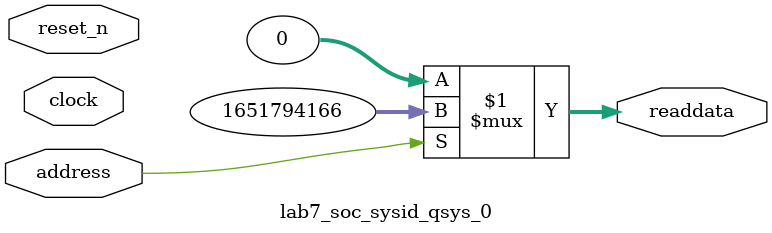
<source format=v>



// synthesis translate_off
`timescale 1ns / 1ps
// synthesis translate_on

// turn off superfluous verilog processor warnings 
// altera message_level Level1 
// altera message_off 10034 10035 10036 10037 10230 10240 10030 

module lab7_soc_sysid_qsys_0 (
               // inputs:
                address,
                clock,
                reset_n,

               // outputs:
                readdata
             )
;

  output  [ 31: 0] readdata;
  input            address;
  input            clock;
  input            reset_n;

  wire    [ 31: 0] readdata;
  //control_slave, which is an e_avalon_slave
  assign readdata = address ? 1651794166 : 0;

endmodule



</source>
